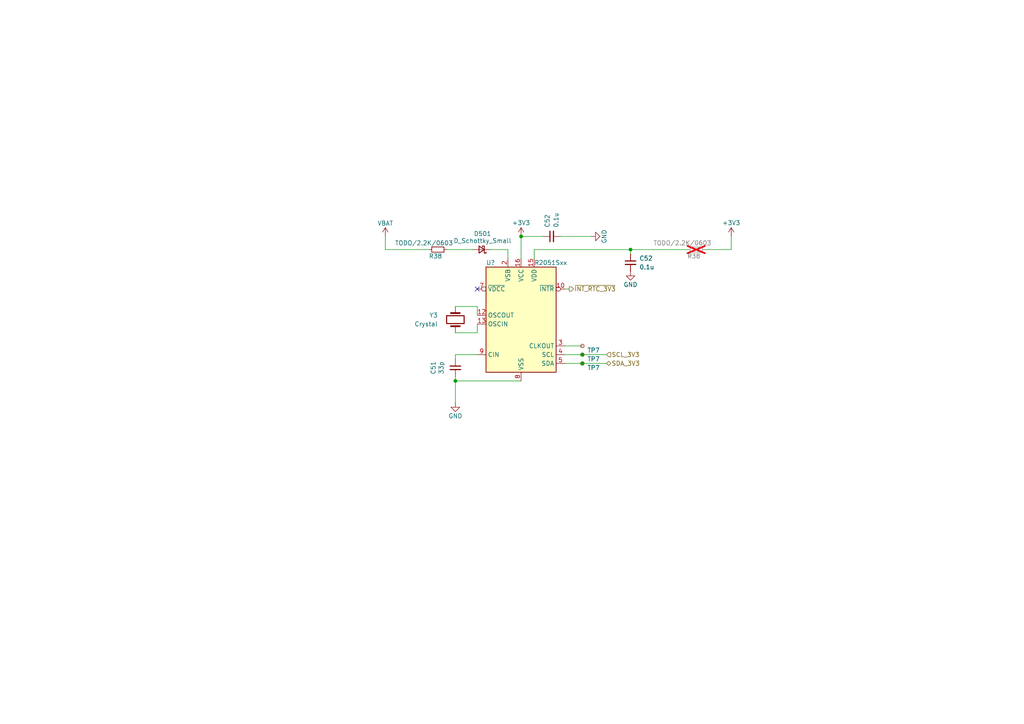
<source format=kicad_sch>
(kicad_sch (version 20230121) (generator eeschema)
  (paper "A4")
  (lib_symbols
    (symbol "Connector:TestPoint_Small" (pin_numbers hide) (pin_names (offset 0.762) hide)
      (property "Reference" "TP" (at 0 3.81 0))
      (property "Value" "TestPoint_Small" (at 0 2.032 0))
      (symbol "TestPoint_Small_0_1"
        (circle (center 0 0) (radius 0.508))
      )
      (symbol "TestPoint_Small_1_1"
        (pin passive line (at 0 0 90) (length 0) (name "1") (number "1"))
      )
    )
    (symbol "Device:C_Small" (pin_numbers hide) (pin_names (offset 0.254) hide)
      (property "Reference" "C" (at 0.254 1.778 0))
      (property "Value" "C_Small" (at 0.254 -2.032 0))
      (symbol "C_Small_0_1"
        (polyline (pts (xy -1.524 -0.508) (xy 1.524 -0.508)) (stroke (width 0.3302)))
        (polyline (pts (xy -1.524 0.508) (xy 1.524 0.508)) (stroke (width 0.3048)))
      )
      (symbol "C_Small_1_1"
        (pin passive line (at 0 2.54 270) (length 2.032) (name "~") (number "1"))
        (pin passive line (at 0 -2.54 90) (length 2.032) (name "~") (number "2"))
      )
    )
    (symbol "Device:Crystal" (pin_numbers hide) (pin_names (offset 1.016) hide)
      (property "Reference" "Y" (at 0 3.81 0))
      (property "Value" "Crystal" (at 0 -3.81 0))
      (symbol "Crystal_0_1"
        (rectangle (start -1.143 2.54) (end 1.143 -2.54) (stroke (width 0.3048)))
        (polyline (pts (xy -2.54 0) (xy -1.905 0)))
        (polyline (pts (xy -1.905 -1.27) (xy -1.905 1.27)) (stroke (width 0.508)))
        (polyline (pts (xy 1.905 -1.27) (xy 1.905 1.27)) (stroke (width 0.508)))
        (polyline (pts (xy 2.54 0) (xy 1.905 0)))
      )
      (symbol "Crystal_1_1"
        (pin passive line (at -3.81 0 0) (length 1.27) (name "1") (number "1"))
        (pin passive line (at 3.81 0 180) (length 1.27) (name "2") (number "2"))
      )
    )
    (symbol "Device:D_Schottky_Small" (pin_numbers hide) (pin_names (offset 0.254) hide)
      (property "Reference" "D" (at -1.27 2.032 0))
      (property "Value" "D_Schottky_Small" (at -7.112 -2.032 0))
      (symbol "D_Schottky_Small_0_1"
        (polyline (pts (xy -0.762 0) (xy 0.762 0)))
        (polyline (pts (xy 0.762 -1.016) (xy -0.762 0) (xy 0.762 1.016) (xy 0.762 -1.016)) (stroke (width 0.254)))
        (polyline (pts (xy -1.27 0.762) (xy -1.27 1.016) (xy -0.762 1.016) (xy -0.762 -1.016) (xy -0.254 -1.016) (xy -0.254 -0.762)) (stroke (width 0.254)))
      )
      (symbol "D_Schottky_Small_1_1"
        (pin passive line (at -2.54 0 0) (length 1.778) (name "K") (number "1"))
        (pin passive line (at 2.54 0 180) (length 1.778) (name "A") (number "2"))
      )
    )
    (symbol "Device:R_Small" (pin_numbers hide) (pin_names (offset 0.254) hide)
      (property "Reference" "R" (at 0.762 0.508 0))
      (property "Value" "R_Small" (at 0.762 -1.016 0))
      (symbol "R_Small_0_1"
        (rectangle (start -0.762 1.778) (end 0.762 -1.778) (stroke (width 0.2032)))
      )
      (symbol "R_Small_1_1"
        (pin passive line (at 0 2.54 270) (length 0.762) (name "~") (number "1"))
        (pin passive line (at 0 -2.54 90) (length 0.762) (name "~") (number "2"))
      )
    )
    (symbol "Tiny_Z80:R2051Sxx"
      (property "Reference" "U25" (at -10.16 16.51 0))
      (property "Value" "R2051Sxx" (at 3.81 16.51 0))
      (symbol "R2051Sxx_0_1"
        (rectangle (start -10.16 15.24) (end 10.16 -15.24) (stroke (width 0.254)) (fill (type background)))
      )
      (symbol "R2051Sxx_1_1"
        (pin no_connect line (at 12.7 3.81 180) (length 2.54) hide (name "NC") (number "1"))
        (pin output inverted (at 12.7 8.89 180) (length 2.54) (name "~{INTR}") (number "10"))
        (pin no_connect line (at 12.7 -1.27 180) (length 2.54) hide (name "NC") (number "11"))
        (pin output line (at -12.7 1.27 0) (length 2.54) (name "OSCOUT") (number "12"))
        (pin bidirectional line (at -12.7 -1.27 0) (length 2.54) (name "OSCIN") (number "13"))
        (pin no_connect line (at 12.7 -3.81 180) (length 2.54) hide (name "NC") (number "14"))
        (pin power_in line (at 3.81 17.78 270) (length 2.54) (name "VDD") (number "15"))
        (pin power_in line (at 0 17.78 270) (length 2.54) (name "VCC") (number "16"))
        (pin power_in line (at -3.81 17.78 270) (length 2.54) (name "VSB") (number "2"))
        (pin output line (at 12.7 -7.62 180) (length 2.54) (name "CLKOUT") (number "3"))
        (pin input line (at 12.7 -10.16 180) (length 2.54) (name "SCL") (number "4"))
        (pin bidirectional line (at 12.7 -12.7 180) (length 2.54) (name "SDA") (number "5"))
        (pin no_connect line (at 12.7 1.27 180) (length 2.54) hide (name "NC") (number "6"))
        (pin output inverted (at -12.7 8.89 0) (length 2.54) (name "~{VDCC}") (number "7"))
        (pin power_in line (at 0 -17.78 90) (length 2.54) (name "VSS") (number "8"))
        (pin input line (at -12.7 -10.16 0) (length 2.54) (name "CIN") (number "9"))
      )
    )
    (symbol "Tiny_Z80:VBAT" (power) (pin_names (offset 0))
      (property "Value" "VBAT" (at 0 3.556 0))
      (symbol "VBAT_0_1"
        (polyline (pts (xy -0.762 1.27) (xy 0 2.54)))
        (polyline (pts (xy 0 0) (xy 0 2.54)))
        (polyline (pts (xy 0 2.54) (xy 0.762 1.27)))
      )
      (symbol "VBAT_1_1"
        (pin power_in line (at 0 0 90) (length 0) hide (name "VBAT") (number "1"))
      )
    )
    (symbol "power:+3V3" (power) (pin_names (offset 0))
      (property "Value" "+3V3" (at 0 3.556 0))
      (symbol "+3V3_0_1"
        (polyline (pts (xy -0.762 1.27) (xy 0 2.54)))
        (polyline (pts (xy 0 0) (xy 0 2.54)))
        (polyline (pts (xy 0 2.54) (xy 0.762 1.27)))
      )
      (symbol "+3V3_1_1"
        (pin power_in line (at 0 0 90) (length 0) hide (name "+3V3") (number "1"))
      )
    )
    (symbol "power:GND" (power) (pin_names (offset 0))
      (property "Value" "GND" (at 0 -3.81 0))
      (symbol "GND_0_1"
        (polyline (pts (xy 0 0) (xy 0 -1.27) (xy 1.27 -1.27) (xy 0 -2.54) (xy -1.27 -1.27) (xy 0 -1.27)))
      )
      (symbol "GND_1_1"
        (pin power_in line (at 0 0 270) (length 0) hide (name "GND") (number "1"))
      )
    )
  )
  (junction (at 182.88 72.39))
  (junction (at 132.08 110.49))
  (junction (at 151.13 68.58))
  (junction (at 168.91 102.87))
  (junction (at 168.91 105.41))
  (no_connect (at 138.43 83.82))
  (wire (pts (xy 151.13 68.58) (xy 157.48 68.58)))
  (wire (pts (xy 182.88 72.39) (xy 199.39 72.39)))
  (wire (pts (xy 138.43 88.9) (xy 138.43 91.44)))
  (wire (pts (xy 151.13 68.58) (xy 151.13 74.93)))
  (wire (pts (xy 204.47 72.39) (xy 212.09 72.39)))
  (wire (pts (xy 138.43 96.52) (xy 138.43 93.98)))
  (wire (pts (xy 154.94 72.39) (xy 182.88 72.39)))
  (wire (pts (xy 132.08 96.52) (xy 138.43 96.52)))
  (wire (pts (xy 212.09 72.39) (xy 212.09 68.58)))
  (wire (pts (xy 163.83 102.87) (xy 168.91 102.87)))
  (wire (pts (xy 132.08 102.87) (xy 138.43 102.87)))
  (wire (pts (xy 129.54 72.39) (xy 137.16 72.39)))
  (wire (pts (xy 168.91 105.41) (xy 175.895 105.41)))
  (wire (pts (xy 132.08 110.49) (xy 151.13 110.49)))
  (wire (pts (xy 111.76 68.58) (xy 111.76 72.39)))
  (wire (pts (xy 163.83 83.82) (xy 165.1 83.82)))
  (wire (pts (xy 168.91 102.87) (xy 175.895 102.87)))
  (wire (pts (xy 147.32 72.39) (xy 147.32 74.93)))
  (wire (pts (xy 124.46 72.39) (xy 111.76 72.39)))
  (wire (pts (xy 162.56 68.58) (xy 171.45 68.58)))
  (wire (pts (xy 132.08 102.87) (xy 132.08 104.14)))
  (wire (pts (xy 132.08 88.9) (xy 138.43 88.9)))
  (wire (pts (xy 147.32 72.39) (xy 142.24 72.39)))
  (wire (pts (xy 163.83 105.41) (xy 168.91 105.41)))
  (wire (pts (xy 154.94 74.93) (xy 154.94 72.39)))
  (wire (pts (xy 163.83 100.33) (xy 168.91 100.33)))
  (wire (pts (xy 132.08 109.22) (xy 132.08 110.49)))
  (wire (pts (xy 132.08 110.49) (xy 132.08 116.84)))
  (wire (pts (xy 182.88 72.39) (xy 182.88 73.66)))
  (hierarchical_label "SDA_3V3" (shape bidirectional) (at 175.895 105.41 0))
  (hierarchical_label "~{INT_RTC_3V3}" (shape output) (at 165.1 83.82 0))
  (hierarchical_label "SCL_3V3" (shape input) (at 175.895 102.87 0))
  (symbol (lib_id "Tiny_Z80:VBAT") (at 111.76 68.58 0) (unit 1)
    (property "Reference" "#PWR033" (effects hide))
    (property "Value" "VBAT" (at 111.76 64.77 0))
    (instances (project "14-z80-flash" (path "" (reference "#PWR033") (unit 1)) (path "" (reference "#PWR065") (unit 1))))
  )
  (symbol (lib_id "Device:C_Small") (at 132.08 106.68 0) (unit 1)
    (property "Reference" "C51" (at 125.6792 106.68 90))
    (property "Value" "33p" (at 127.9906 106.68 90))
    (property "Footprint" "Capacitor_SMD:C_0603_1608Metric_Pad1.08x0.95mm_HandSolder" (effects hide))
  )
  (symbol (lib_id "power:+3V3") (at 151.13 68.58 0) (unit 1)
    (property "Reference" "#PWR0501" (effects hide))
    (property "Value" "+3V3" (at 151.13 64.635 0))
  )
  (symbol (lib_id "Connector:TestPoint_Small") (at 168.91 105.41 0) (mirror y) (unit 1)
    (property "Reference" "TP7" (at 173.99 106.68 0) (effects (justify left)))
    (property "Value" "U2_10" (effects hide))
    (property "Footprint" "footprints:TestPoint_Pad_0.8x0.8mm" (effects hide))
    (instances (project "14-z80-flash" (path "" (reference "TP7") (unit 1)) (path "" (reference "TP34") (unit 1))))
  )
  (symbol (lib_id "power:GND") (at 132.08 116.84 0) (unit 1)
    (property "Reference" "#PWR0206" (effects hide))
    (property "Value" "GND" (at 132.08 120.65 0))
    (instances (project "14-z80-flash" (path "" (reference "#PWR0206") (unit 1)) (path "" (reference "#PWR0205") (unit 1))) (project "Tiny_Z80" (path "" (reference "#PWR0133") (unit 1))))
  )
  (symbol (lib_id "Device:R_Small") (at 127 72.39 90) (unit 1)
    (property "Reference" "R38" (at 128.27 74.295 90) (effects (justify left)))
    (property "Value" "TODO/2.2K/0603" (at 131.445 70.485 90) (effects (justify left)))
    (property "Footprint" "Resistor_SMD:R_0603_1608Metric" (effects hide))
  )
  (symbol (lib_id "Device:C_Small") (at 182.88 76.2 0) (unit 1)
    (property "Reference" "C52" (at 185.42 74.93 0) (effects (justify left)))
    (property "Value" "0.1u" (at 185.42 77.47 0) (effects (justify left)))
    (property "Footprint" "Capacitor_SMD:C_0402_1005Metric_Pad0.74x0.62mm_HandSolder" (effects hide))
  )
  (symbol (lib_id "Tiny_Z80:R2051Sxx") (at 151.13 92.71 0) (unit 1)
    (property "Reference" "U?" (at 140.97 76.2 0) (effects (justify left)))
    (property "Value" "R2051Sxx" (at 154.94 76.2 0) (effects (justify left)))
    (property "Footprint" "Package_SO:SSOP-16_4.4x5.2mm_P0.65mm" (effects hide))
    (property "Datasheet" "https://eu.mouser.com/datasheet/2/294/r2051_ea-3218897.pdf" (effects hide))
    (instances (project "14-z80-flash" (path "" (reference "U?") (unit 1)) (path "" (reference "U25") (unit 1))))
  )
  (symbol (lib_id "Connector:TestPoint_Small") (at 168.91 102.87 0) (mirror y) (unit 1)
    (property "Reference" "TP7" (at 173.99 104.14 0) (effects (justify left)))
    (property "Value" "U2_10" (effects hide))
    (property "Footprint" "footprints:TestPoint_Pad_0.8x0.8mm" (effects hide))
    (instances (project "14-z80-flash" (path "" (reference "TP7") (unit 1)) (path "" (reference "TP33") (unit 1))))
  )
  (symbol (lib_id "Connector:TestPoint_Small") (at 168.91 100.33 0) (mirror y) (unit 1)
    (property "Reference" "TP7" (at 173.99 101.6 0) (effects (justify left)))
    (property "Value" "U2_10" (effects hide))
    (property "Footprint" "footprints:TestPoint_Pad_0.8x0.8mm" (effects hide))
    (instances (project "14-z80-flash" (path "" (reference "TP7") (unit 1)) (path "" (reference "TP17") (unit 1))))
  )
  (symbol (lib_id "Device:Crystal") (at 132.08 92.71 90) (unit 1)
    (property "Reference" "Y3" (at 127 91.44 90) (effects (justify left)))
    (property "Value" "Crystal" (at 127 93.98 90) (effects (justify left)))
    (property "Footprint" "Crystal:Crystal_SMD_MicroCrystal_CC7V-T1A-2Pin_3.2x1.5mm_HandSoldering" (effects hide))
  )
  (symbol (lib_id "Device:D_Schottky_Small") (at 139.7 72.39 180) (unit 1)
    (property "Reference" "D501" (at 139.954 67.794 0))
    (property "Value" "D_Schottky_Small" (at 139.954 69.842 0))
    (property "Footprint" "Diode_SMD:D_0603_1608Metric" (effects hide))
  )
  (symbol (lib_id "power:+3V3") (at 212.09 68.58 0) (unit 1)
    (property "Reference" "#PWR0502" (effects hide))
    (property "Value" "+3V3" (at 212.09 64.635 0))
  )
  (symbol (lib_id "Device:C_Small") (at 160.02 68.58 90) (unit 1)
    (property "Reference" "C52" (at 158.75 66.04 0) (effects (justify left)))
    (property "Value" "0.1u" (at 161.29 66.04 0) (effects (justify left)))
    (property "Footprint" "Capacitor_SMD:C_0402_1005Metric_Pad0.74x0.62mm_HandSolder" (effects hide))
    (instances (project "14-z80-flash" (path "" (reference "C52") (unit 1)) (path "" (reference "C10") (unit 1))))
  )
  (symbol (lib_id "power:GND") (at 182.88 78.74 0) (unit 1)
    (property "Reference" "#PWR0205" (effects hide))
    (property "Value" "GND" (at 182.88 82.55 0))
    (instances (project "14-z80-flash" (path "" (reference "#PWR0205") (unit 1)) (path "" (reference "#PWR0207") (unit 1))) (project "Tiny_Z80" (path "" (reference "#PWR0133") (unit 1))))
  )
  (symbol (lib_id "Device:R_Small") (at 201.93 72.39 90) (unit 1) (dnp yes)
    (property "Reference" "R38" (at 203.2 74.295 90) (effects (justify left)))
    (property "Value" "TODO/2.2K/0603" (at 206.375 70.485 90) (effects (justify left)))
    (property "Footprint" "Resistor_SMD:R_0603_1608Metric" (effects hide))
    (instances (project "14-z80-flash" (path "" (reference "R38") (unit 1)) (path "" (reference "R501") (unit 1))))
  )
  (symbol (lib_id "power:GND") (at 171.45 68.58 90) (unit 1)
    (property "Reference" "#PWR0205" (effects hide))
    (property "Value" "GND" (at 175.26 68.58 0))
    (instances (project "14-z80-flash" (path "" (reference "#PWR0205") (unit 1)) (path "" (reference "#PWR049") (unit 1))) (project "Tiny_Z80" (path "" (reference "#PWR0133") (unit 1))))
  )
)
</source>
